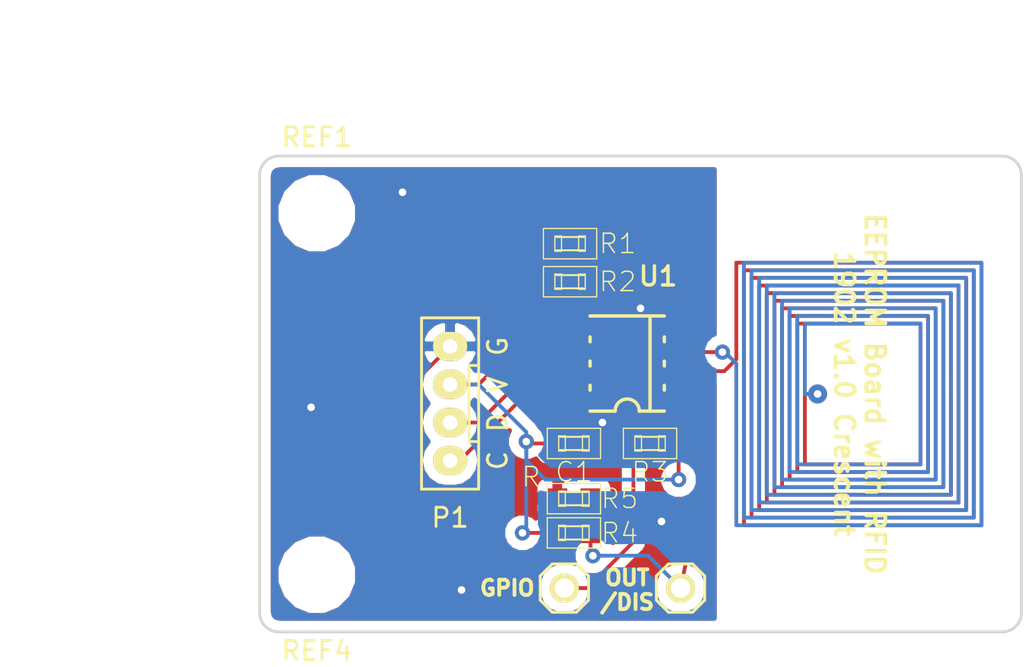
<source format=kicad_pcb>
(kicad_pcb (version 20171130) (host pcbnew "(5.0.2)-1")

  (general
    (thickness 1.6)
    (drawings 13)
    (tracks 175)
    (zones 0)
    (modules 12)
    (nets 8)
  )

  (page A4)
  (title_block
    (title "EEPROM Board with RFID")
    (date 2019-02-10)
    (rev v1.0)
    (company Crescent)
  )

  (layers
    (0 F.Cu signal)
    (31 B.Cu signal)
    (32 B.Adhes user)
    (33 F.Adhes user)
    (34 B.Paste user)
    (35 F.Paste user)
    (36 B.SilkS user)
    (37 F.SilkS user)
    (38 B.Mask user)
    (39 F.Mask user)
    (40 Dwgs.User user)
    (41 Cmts.User user)
    (42 Eco1.User user)
    (43 Eco2.User user)
    (44 Edge.Cuts user)
    (45 Margin user)
    (46 B.CrtYd user)
    (47 F.CrtYd user)
    (48 B.Fab user)
    (49 F.Fab user)
  )

  (setup
    (last_trace_width 0.2)
    (trace_clearance 0.2)
    (zone_clearance 0.508)
    (zone_45_only no)
    (trace_min 0.2)
    (segment_width 0.2)
    (edge_width 0.15)
    (via_size 0.8)
    (via_drill 0.4)
    (via_min_size 0.4)
    (via_min_drill 0.3)
    (uvia_size 0.3)
    (uvia_drill 0.1)
    (uvias_allowed no)
    (uvia_min_size 0.2)
    (uvia_min_drill 0.1)
    (pcb_text_width 0.3)
    (pcb_text_size 1.5 1.5)
    (mod_edge_width 0.15)
    (mod_text_size 1 1)
    (mod_text_width 0.15)
    (pad_size 1.524 1.524)
    (pad_drill 1.016)
    (pad_to_mask_clearance 0.2)
    (solder_mask_min_width 0.25)
    (aux_axis_origin 0 0)
    (visible_elements 7FFFFF7F)
    (pcbplotparams
      (layerselection 0x010fc_ffffffff)
      (usegerberextensions true)
      (usegerberattributes false)
      (usegerberadvancedattributes false)
      (creategerberjobfile false)
      (excludeedgelayer true)
      (linewidth 0.050000)
      (plotframeref false)
      (viasonmask false)
      (mode 1)
      (useauxorigin false)
      (hpglpennumber 1)
      (hpglpenspeed 20)
      (hpglpendiameter 15.000000)
      (psnegative false)
      (psa4output false)
      (plotreference true)
      (plotvalue true)
      (plotinvisibletext false)
      (padsonsilk false)
      (subtractmaskfromsilk false)
      (outputformat 1)
      (mirror false)
      (drillshape 0)
      (scaleselection 1)
      (outputdirectory "GERBER/"))
  )

  (net 0 "")
  (net 1 /GND)
  (net 2 /VDD)
  (net 3 /SCL)
  (net 4 /SDA)
  (net 5 /RFIO)
  (net 6 /VOUT)
  (net 7 /ANT)

  (net_class Default "これは標準のネット クラスです。"
    (clearance 0.2)
    (trace_width 0.2)
    (via_dia 0.8)
    (via_drill 0.4)
    (uvia_dia 0.3)
    (uvia_drill 0.1)
    (add_net /ANT)
    (add_net /GND)
    (add_net /RFIO)
    (add_net /SCL)
    (add_net /SDA)
    (add_net /VDD)
    (add_net /VOUT)
  )

  (module Mounting_Holes:MountingHole_3mm (layer F.Cu) (tedit 5C5F73D0) (tstamp 5ADBB0D6)
    (at 182 122)
    (descr "Mounting hole, Befestigungsbohrung, 3mm, No Annular, Kein Restring,")
    (tags "Mounting hole, Befestigungsbohrung, 3mm, No Annular, Kein Restring,")
    (fp_text reference REF4 (at 0 4) (layer F.SilkS)
      (effects (font (size 1 1) (thickness 0.15)))
    )
    (fp_text value MountingHole_3mm (at 1.00076 5.00126) (layer F.Fab) hide
      (effects (font (size 1 1) (thickness 0.15)))
    )
    (fp_circle (center 0 0) (end 3 0) (layer Cmts.User) (width 0.381))
    (pad "" np_thru_hole circle (at 0 0) (size 3 3) (drill 3) (layers *.Cu *.Mask))
  )

  (module smt-soic:8 (layer F.Cu) (tedit 5AD52155) (tstamp 5AD52044)
    (at 198.3 110.9 90)
    (descr "SOIC - 8 Pins (JEDEC MS-012AA)")
    (tags SOIC)
    (path /5C5F6E7F)
    (attr smd)
    (fp_text reference U1 (at 4 0.5 -180) (layer F.SilkS)
      (effects (font (size 1 1) (thickness 0.18)) (justify left bottom))
    )
    (fp_text value EEPROMRFID (at 3.937 0 -180) (layer F.SilkS) hide
      (effects (font (size 1 1) (thickness 0.18)))
    )
    (fp_line (start 2.5 3) (end 2.5 -3) (layer Dwgs.User) (width 0.05))
    (fp_line (start -2.5 -3) (end -2.5 3) (layer Dwgs.User) (width 0.05))
    (fp_line (start -2.5 3) (end 2.5 3) (layer Dwgs.User) (width 0.05))
    (fp_line (start -3 -4.318) (end 3 -4.318) (layer F.CrtYd) (width 0.05))
    (fp_line (start 3 -4.318) (end 3 4.318) (layer F.CrtYd) (width 0.05))
    (fp_line (start 3 4.318) (end -3 4.318) (layer F.CrtYd) (width 0.05))
    (fp_line (start -3 4.318) (end -3 -4.318) (layer F.CrtYd) (width 0.05))
    (fp_line (start 2.5 -1.95) (end 2.5 1.95) (layer F.SilkS) (width 0.18))
    (fp_line (start -2.5 1.95) (end -2.5 0.635) (layer F.SilkS) (width 0.18))
    (fp_line (start -2.5 -0.635) (end -2.5 -1.95) (layer F.SilkS) (width 0.18))
    (fp_line (start 2.5 1.2) (end -2.5 1.2) (layer F.SilkS) (width 0.18))
    (fp_line (start -1.397 -1.95) (end -1.143 -1.95) (layer F.SilkS) (width 0.18))
    (fp_line (start -0.127 -1.95) (end 0.127 -1.95) (layer F.SilkS) (width 0.18))
    (fp_line (start 1.143 -1.95) (end 1.397 -1.95) (layer F.SilkS) (width 0.18))
    (fp_line (start -1.397 1.95) (end -1.143 1.95) (layer F.SilkS) (width 0.18))
    (fp_line (start -0.127 1.95) (end 0.127 1.95) (layer F.SilkS) (width 0.18))
    (fp_line (start 1.143 1.95) (end 1.397 1.95) (layer F.SilkS) (width 0.18))
    (fp_arc (start -2.5 0) (end -2.5 -0.635) (angle 180) (layer F.SilkS) (width 0.18))
    (fp_line (start -2.5 -3) (end 2.5 -3) (layer Dwgs.User) (width 0.05))
    (pad 2 smd rect (at -0.635 2.7 90) (size 0.6 2.2) (layers F.Cu F.Paste F.Mask)
      (net 7 /ANT))
    (pad 7 smd rect (at -0.635 -2.7 90) (size 0.6 2.2) (layers F.Cu F.Paste F.Mask)
      (net 5 /RFIO))
    (pad 1 smd rect (at -1.905 2.7 90) (size 0.6 2.2) (layers F.Cu F.Paste F.Mask)
      (net 6 /VOUT))
    (pad 3 smd rect (at 0.635 2.7 90) (size 0.6 2.2) (layers F.Cu F.Paste F.Mask)
      (net 7 /ANT))
    (pad 4 smd rect (at 1.905 2.7 90) (size 0.6 2.2) (layers F.Cu F.Paste F.Mask)
      (net 1 /GND))
    (pad 8 smd rect (at -1.905 -2.7 90) (size 0.6 2.2) (layers F.Cu F.Paste F.Mask)
      (net 2 /VDD))
    (pad 6 smd rect (at 0.635 -2.7 90) (size 0.6 2.2) (layers F.Cu F.Paste F.Mask)
      (net 3 /SCL))
    (pad 5 smd rect (at 1.905 -2.7 90) (size 0.6 2.2) (layers F.Cu F.Paste F.Mask)
      (net 4 /SDA))
    (model smt-soic.pretty/8.wrl
      (at (xyz 0 0 0))
      (scale (xyz 1 1 1))
      (rotate (xyz 0 0 -90))
    )
  )

  (module Mounting_Holes:MountingHole_3mm locked (layer F.Cu) (tedit 5C5F73C9) (tstamp 5AD52246)
    (at 182 103)
    (descr "Mounting hole, Befestigungsbohrung, 3mm, No Annular, Kein Restring,")
    (tags "Mounting hole, Befestigungsbohrung, 3mm, No Annular, Kein Restring,")
    (fp_text reference REF1 (at 0 -4.0005) (layer F.SilkS)
      (effects (font (size 1 1) (thickness 0.15)))
    )
    (fp_text value MountingHole_3mm (at 1.00076 5.00126) (layer F.Fab) hide
      (effects (font (size 1 1) (thickness 0.15)))
    )
    (fp_circle (center 0 0) (end 3 0) (layer Cmts.User) (width 0.381))
    (pad "" np_thru_hole circle (at 0 0) (size 3 3) (drill 3) (layers *.Cu *.Mask))
  )

  (module generic:generic-SMD1608 (layer F.Cu) (tedit 5C5F6FEE) (tstamp 5C621F47)
    (at 195.5 115.1)
    (descr "1608M 0603")
    (tags "1608M 0603")
    (path /5C5F6F41)
    (attr smd)
    (fp_text reference C1 (at 0 1.5) (layer F.SilkS)
      (effects (font (size 1.016 1.016) (thickness 0.0762)))
    )
    (fp_text value C (at 2.2479 1.14046) (layer F.SilkS) hide
      (effects (font (size 1.016 1.016) (thickness 0.0762)))
    )
    (fp_line (start 0.7239 0.34798) (end -0.7239 0.34798) (layer F.SilkS) (width 0.1016))
    (fp_line (start -0.7239 -0.34798) (end 0.7239 -0.34798) (layer F.SilkS) (width 0.1016))
    (fp_line (start -1.39954 0.79756) (end -1.39954 -0.79756) (layer F.SilkS) (width 0.06604))
    (fp_line (start -1.39954 -0.79756) (end 1.39954 -0.79756) (layer F.SilkS) (width 0.06604))
    (fp_line (start 1.39954 0.79756) (end 1.39954 -0.79756) (layer F.SilkS) (width 0.06604))
    (fp_line (start -1.39954 0.79756) (end 1.39954 0.79756) (layer F.SilkS) (width 0.06604))
    (fp_line (start 0.44958 0.39878) (end 0.44958 -0.39878) (layer F.SilkS) (width 0.06604))
    (fp_line (start 0.44958 -0.39878) (end 0.79756 -0.39878) (layer F.SilkS) (width 0.06604))
    (fp_line (start 0.79756 0.39878) (end 0.79756 -0.39878) (layer F.SilkS) (width 0.06604))
    (fp_line (start 0.44958 0.39878) (end 0.79756 0.39878) (layer F.SilkS) (width 0.06604))
    (fp_line (start -0.79756 0.39878) (end -0.79756 -0.39878) (layer F.SilkS) (width 0.06604))
    (fp_line (start -0.79756 -0.39878) (end -0.44958 -0.39878) (layer F.SilkS) (width 0.06604))
    (fp_line (start -0.44958 0.39878) (end -0.44958 -0.39878) (layer F.SilkS) (width 0.06604))
    (fp_line (start -0.79756 0.39878) (end -0.44958 0.39878) (layer F.SilkS) (width 0.06604))
    (pad 2 smd rect (at 0.87376 0) (size 1.04902 1.0795) (layers F.Cu F.Paste F.Mask)
      (net 1 /GND))
    (pad 1 smd rect (at -0.87376 0) (size 1.04902 1.0795) (layers F.Cu F.Paste F.Mask)
      (net 2 /VDD))
  )

  (module GroveCon:GROVE (layer F.Cu) (tedit 5C5F7632) (tstamp 5C621F6D)
    (at 189 116 90)
    (path /5C5F6D7C)
    (fp_text reference P1 (at -3 0 180) (layer F.SilkS)
      (effects (font (size 1 1) (thickness 0.15)))
    )
    (fp_text value CONN_01X04 (at 0.5 -3 90) (layer F.Fab) hide
      (effects (font (size 1 1) (thickness 0.15)))
    )
    (fp_text user C (at 0 2.5 90) (layer F.SilkS)
      (effects (font (size 1 1) (thickness 0.15)))
    )
    (fp_text user D (at 2 2.5 90) (layer F.SilkS)
      (effects (font (size 1 1) (thickness 0.15)))
    )
    (fp_text user V (at 4 2.5 90) (layer F.SilkS)
      (effects (font (size 1 1) (thickness 0.15)))
    )
    (fp_text user G (at 6 2.5 90) (layer F.SilkS)
      (effects (font (size 1 1) (thickness 0.15)))
    )
    (fp_line (start 5 1.5) (end 5 1) (layer F.SilkS) (width 0.15))
    (fp_line (start 5 1) (end 1 1) (layer F.SilkS) (width 0.15))
    (fp_line (start 1 1) (end 1 1.5) (layer F.SilkS) (width 0.15))
    (fp_line (start 3 1.5) (end -1.5 1.5) (layer F.SilkS) (width 0.15))
    (fp_line (start -1.5 1.5) (end -1.5 -1.5) (layer F.SilkS) (width 0.15))
    (fp_line (start -1.5 -1.5) (end 7.5 -1.5) (layer F.SilkS) (width 0.15))
    (fp_line (start 7.5 -1.5) (end 7.5 1.5) (layer F.SilkS) (width 0.15))
    (fp_line (start 7.5 1.5) (end 3 1.5) (layer F.SilkS) (width 0.15))
    (pad 1 thru_hole oval (at 0 0 90) (size 1.524 1.8) (drill 0.762) (layers *.Cu *.Paste *.Mask F.SilkS)
      (net 3 /SCL))
    (pad 2 thru_hole oval (at 2 0 90) (size 1.524 1.8) (drill 0.762) (layers *.Cu *.Paste *.Mask F.SilkS)
      (net 4 /SDA))
    (pad 3 thru_hole oval (at 4 0 90) (size 1.524 1.8) (drill 0.762) (layers *.Cu *.Paste *.Mask F.SilkS)
      (net 2 /VDD))
    (pad 4 thru_hole oval (at 6 0 90) (size 1.524 1.8) (drill 0.762) (layers *.Cu *.Paste *.Mask F.SilkS)
      (net 1 /GND))
  )

  (module generic:generic-SMD1608 (layer F.Cu) (tedit 5C5F703B) (tstamp 5C621F6E)
    (at 195.3 104.6)
    (descr "1608M 0603")
    (tags "1608M 0603")
    (path /5C5F6EF1)
    (attr smd)
    (fp_text reference R1 (at 2.5 0) (layer F.SilkS)
      (effects (font (size 1.016 1.016) (thickness 0.0762)))
    )
    (fp_text value R (at 2.2479 1.14046) (layer F.SilkS) hide
      (effects (font (size 1.016 1.016) (thickness 0.0762)))
    )
    (fp_line (start -0.79756 0.39878) (end -0.44958 0.39878) (layer F.SilkS) (width 0.06604))
    (fp_line (start -0.44958 0.39878) (end -0.44958 -0.39878) (layer F.SilkS) (width 0.06604))
    (fp_line (start -0.79756 -0.39878) (end -0.44958 -0.39878) (layer F.SilkS) (width 0.06604))
    (fp_line (start -0.79756 0.39878) (end -0.79756 -0.39878) (layer F.SilkS) (width 0.06604))
    (fp_line (start 0.44958 0.39878) (end 0.79756 0.39878) (layer F.SilkS) (width 0.06604))
    (fp_line (start 0.79756 0.39878) (end 0.79756 -0.39878) (layer F.SilkS) (width 0.06604))
    (fp_line (start 0.44958 -0.39878) (end 0.79756 -0.39878) (layer F.SilkS) (width 0.06604))
    (fp_line (start 0.44958 0.39878) (end 0.44958 -0.39878) (layer F.SilkS) (width 0.06604))
    (fp_line (start -1.39954 0.79756) (end 1.39954 0.79756) (layer F.SilkS) (width 0.06604))
    (fp_line (start 1.39954 0.79756) (end 1.39954 -0.79756) (layer F.SilkS) (width 0.06604))
    (fp_line (start -1.39954 -0.79756) (end 1.39954 -0.79756) (layer F.SilkS) (width 0.06604))
    (fp_line (start -1.39954 0.79756) (end -1.39954 -0.79756) (layer F.SilkS) (width 0.06604))
    (fp_line (start -0.7239 -0.34798) (end 0.7239 -0.34798) (layer F.SilkS) (width 0.1016))
    (fp_line (start 0.7239 0.34798) (end -0.7239 0.34798) (layer F.SilkS) (width 0.1016))
    (pad 1 smd rect (at -0.87376 0) (size 1.04902 1.0795) (layers F.Cu F.Paste F.Mask)
      (net 2 /VDD))
    (pad 2 smd rect (at 0.87376 0) (size 1.04902 1.0795) (layers F.Cu F.Paste F.Mask)
      (net 3 /SCL))
  )

  (module generic:generic-SMD1608 (layer F.Cu) (tedit 5C5F702A) (tstamp 5C621F81)
    (at 195.3 106.6)
    (descr "1608M 0603")
    (tags "1608M 0603")
    (path /5C5F70C7)
    (attr smd)
    (fp_text reference R2 (at 2.5 0) (layer F.SilkS)
      (effects (font (size 1.016 1.016) (thickness 0.0762)))
    )
    (fp_text value R (at 2.2479 1.14046) (layer F.SilkS) hide
      (effects (font (size 1.016 1.016) (thickness 0.0762)))
    )
    (fp_line (start -0.79756 0.39878) (end -0.44958 0.39878) (layer F.SilkS) (width 0.06604))
    (fp_line (start -0.44958 0.39878) (end -0.44958 -0.39878) (layer F.SilkS) (width 0.06604))
    (fp_line (start -0.79756 -0.39878) (end -0.44958 -0.39878) (layer F.SilkS) (width 0.06604))
    (fp_line (start -0.79756 0.39878) (end -0.79756 -0.39878) (layer F.SilkS) (width 0.06604))
    (fp_line (start 0.44958 0.39878) (end 0.79756 0.39878) (layer F.SilkS) (width 0.06604))
    (fp_line (start 0.79756 0.39878) (end 0.79756 -0.39878) (layer F.SilkS) (width 0.06604))
    (fp_line (start 0.44958 -0.39878) (end 0.79756 -0.39878) (layer F.SilkS) (width 0.06604))
    (fp_line (start 0.44958 0.39878) (end 0.44958 -0.39878) (layer F.SilkS) (width 0.06604))
    (fp_line (start -1.39954 0.79756) (end 1.39954 0.79756) (layer F.SilkS) (width 0.06604))
    (fp_line (start 1.39954 0.79756) (end 1.39954 -0.79756) (layer F.SilkS) (width 0.06604))
    (fp_line (start -1.39954 -0.79756) (end 1.39954 -0.79756) (layer F.SilkS) (width 0.06604))
    (fp_line (start -1.39954 0.79756) (end -1.39954 -0.79756) (layer F.SilkS) (width 0.06604))
    (fp_line (start -0.7239 -0.34798) (end 0.7239 -0.34798) (layer F.SilkS) (width 0.1016))
    (fp_line (start 0.7239 0.34798) (end -0.7239 0.34798) (layer F.SilkS) (width 0.1016))
    (pad 1 smd rect (at -0.87376 0) (size 1.04902 1.0795) (layers F.Cu F.Paste F.Mask)
      (net 2 /VDD))
    (pad 2 smd rect (at 0.87376 0) (size 1.04902 1.0795) (layers F.Cu F.Paste F.Mask)
      (net 4 /SDA))
  )

  (module generic:generic-SMD1608 (layer F.Cu) (tedit 5C5F7016) (tstamp 5C621F94)
    (at 199.5 115.1 180)
    (descr "1608M 0603")
    (tags "1608M 0603")
    (path /5C5F71DD)
    (attr smd)
    (fp_text reference R3 (at 0 -1.5 180) (layer F.SilkS)
      (effects (font (size 1.016 1.016) (thickness 0.0762)))
    )
    (fp_text value R (at 2.2479 1.14046 180) (layer F.SilkS) hide
      (effects (font (size 1.016 1.016) (thickness 0.0762)))
    )
    (fp_line (start 0.7239 0.34798) (end -0.7239 0.34798) (layer F.SilkS) (width 0.1016))
    (fp_line (start -0.7239 -0.34798) (end 0.7239 -0.34798) (layer F.SilkS) (width 0.1016))
    (fp_line (start -1.39954 0.79756) (end -1.39954 -0.79756) (layer F.SilkS) (width 0.06604))
    (fp_line (start -1.39954 -0.79756) (end 1.39954 -0.79756) (layer F.SilkS) (width 0.06604))
    (fp_line (start 1.39954 0.79756) (end 1.39954 -0.79756) (layer F.SilkS) (width 0.06604))
    (fp_line (start -1.39954 0.79756) (end 1.39954 0.79756) (layer F.SilkS) (width 0.06604))
    (fp_line (start 0.44958 0.39878) (end 0.44958 -0.39878) (layer F.SilkS) (width 0.06604))
    (fp_line (start 0.44958 -0.39878) (end 0.79756 -0.39878) (layer F.SilkS) (width 0.06604))
    (fp_line (start 0.79756 0.39878) (end 0.79756 -0.39878) (layer F.SilkS) (width 0.06604))
    (fp_line (start 0.44958 0.39878) (end 0.79756 0.39878) (layer F.SilkS) (width 0.06604))
    (fp_line (start -0.79756 0.39878) (end -0.79756 -0.39878) (layer F.SilkS) (width 0.06604))
    (fp_line (start -0.79756 -0.39878) (end -0.44958 -0.39878) (layer F.SilkS) (width 0.06604))
    (fp_line (start -0.44958 0.39878) (end -0.44958 -0.39878) (layer F.SilkS) (width 0.06604))
    (fp_line (start -0.79756 0.39878) (end -0.44958 0.39878) (layer F.SilkS) (width 0.06604))
    (pad 2 smd rect (at 0.87376 0 180) (size 1.04902 1.0795) (layers F.Cu F.Paste F.Mask)
      (net 5 /RFIO))
    (pad 1 smd rect (at -0.87376 0 180) (size 1.04902 1.0795) (layers F.Cu F.Paste F.Mask)
      (net 2 /VDD))
  )

  (module pin-head:pinhead-1X01 (layer F.Cu) (tedit 5C6560B1) (tstamp 5C621FB7)
    (at 201.1 122.7)
    (descr "PIN HEADER")
    (tags "PIN HEADER")
    (path /5C5F74A3)
    (attr virtual)
    (fp_text reference TP1 (at -3 0) (layer F.SilkS) hide
      (effects (font (size 1 1) (thickness 0.2)))
    )
    (fp_text value TEST_1P (at 0 2) (layer F.SilkS) hide
      (effects (font (size 1 1) (thickness 0.2)))
    )
    (fp_line (start -0.254 0.254) (end 0.254 0.254) (layer F.SilkS) (width 0.06604))
    (fp_line (start 0.254 0.254) (end 0.254 -0.254) (layer F.SilkS) (width 0.06604))
    (fp_line (start -0.254 -0.254) (end 0.254 -0.254) (layer F.SilkS) (width 0.06604))
    (fp_line (start -0.254 0.254) (end -0.254 -0.254) (layer F.SilkS) (width 0.06604))
    (fp_line (start -0.635 -1.27) (end 0.635 -1.27) (layer F.SilkS) (width 0.1524))
    (fp_line (start 0.635 -1.27) (end 1.27 -0.635) (layer F.SilkS) (width 0.1524))
    (fp_line (start 1.27 -0.635) (end 1.27 0.635) (layer F.SilkS) (width 0.1524))
    (fp_line (start 1.27 0.635) (end 0.635 1.27) (layer F.SilkS) (width 0.1524))
    (fp_line (start -1.27 -0.635) (end -1.27 0.635) (layer F.SilkS) (width 0.1524))
    (fp_line (start -0.635 -1.27) (end -1.27 -0.635) (layer F.SilkS) (width 0.1524))
    (fp_line (start -1.27 0.635) (end -0.635 1.27) (layer F.SilkS) (width 0.1524))
    (fp_line (start 0.635 1.27) (end -0.635 1.27) (layer F.SilkS) (width 0.1524))
    (pad 1 thru_hole circle (at 0 0) (size 1.524 1.524) (drill 1.016) (layers *.Cu *.Paste *.Mask F.SilkS)
      (net 6 /VOUT))
  )

  (module pin-head:pinhead-1X01 (layer F.Cu) (tedit 5C6560BC) (tstamp 5C621FC8)
    (at 195 122.7)
    (descr "PIN HEADER")
    (tags "PIN HEADER")
    (path /5C5F7525)
    (attr virtual)
    (fp_text reference TP2 (at -3 0) (layer F.SilkS) hide
      (effects (font (size 1 1) (thickness 0.2)))
    )
    (fp_text value TEST_1P (at 0 2) (layer F.SilkS) hide
      (effects (font (size 1 1) (thickness 0.2)))
    )
    (fp_line (start 0.635 1.27) (end -0.635 1.27) (layer F.SilkS) (width 0.1524))
    (fp_line (start -1.27 0.635) (end -0.635 1.27) (layer F.SilkS) (width 0.1524))
    (fp_line (start -0.635 -1.27) (end -1.27 -0.635) (layer F.SilkS) (width 0.1524))
    (fp_line (start -1.27 -0.635) (end -1.27 0.635) (layer F.SilkS) (width 0.1524))
    (fp_line (start 1.27 0.635) (end 0.635 1.27) (layer F.SilkS) (width 0.1524))
    (fp_line (start 1.27 -0.635) (end 1.27 0.635) (layer F.SilkS) (width 0.1524))
    (fp_line (start 0.635 -1.27) (end 1.27 -0.635) (layer F.SilkS) (width 0.1524))
    (fp_line (start -0.635 -1.27) (end 0.635 -1.27) (layer F.SilkS) (width 0.1524))
    (fp_line (start -0.254 0.254) (end -0.254 -0.254) (layer F.SilkS) (width 0.06604))
    (fp_line (start -0.254 -0.254) (end 0.254 -0.254) (layer F.SilkS) (width 0.06604))
    (fp_line (start 0.254 0.254) (end 0.254 -0.254) (layer F.SilkS) (width 0.06604))
    (fp_line (start -0.254 0.254) (end 0.254 0.254) (layer F.SilkS) (width 0.06604))
    (pad 1 thru_hole circle (at 0 0) (size 1.524 1.524) (drill 1.016) (layers *.Cu *.Paste *.Mask F.SilkS)
      (net 5 /RFIO))
  )

  (module generic:generic-SMD1608 (layer F.Cu) (tedit 5C65601B) (tstamp 5C655F95)
    (at 195.5 119.8)
    (descr "1608M 0603")
    (tags "1608M 0603")
    (path /5C655F72)
    (attr smd)
    (fp_text reference R4 (at 2.4 0) (layer F.SilkS)
      (effects (font (size 1.016 1.016) (thickness 0.0762)))
    )
    (fp_text value R (at 2.2479 1.14046) (layer F.SilkS) hide
      (effects (font (size 1.016 1.016) (thickness 0.0762)))
    )
    (fp_line (start -0.79756 0.39878) (end -0.44958 0.39878) (layer F.SilkS) (width 0.06604))
    (fp_line (start -0.44958 0.39878) (end -0.44958 -0.39878) (layer F.SilkS) (width 0.06604))
    (fp_line (start -0.79756 -0.39878) (end -0.44958 -0.39878) (layer F.SilkS) (width 0.06604))
    (fp_line (start -0.79756 0.39878) (end -0.79756 -0.39878) (layer F.SilkS) (width 0.06604))
    (fp_line (start 0.44958 0.39878) (end 0.79756 0.39878) (layer F.SilkS) (width 0.06604))
    (fp_line (start 0.79756 0.39878) (end 0.79756 -0.39878) (layer F.SilkS) (width 0.06604))
    (fp_line (start 0.44958 -0.39878) (end 0.79756 -0.39878) (layer F.SilkS) (width 0.06604))
    (fp_line (start 0.44958 0.39878) (end 0.44958 -0.39878) (layer F.SilkS) (width 0.06604))
    (fp_line (start -1.39954 0.79756) (end 1.39954 0.79756) (layer F.SilkS) (width 0.06604))
    (fp_line (start 1.39954 0.79756) (end 1.39954 -0.79756) (layer F.SilkS) (width 0.06604))
    (fp_line (start -1.39954 -0.79756) (end 1.39954 -0.79756) (layer F.SilkS) (width 0.06604))
    (fp_line (start -1.39954 0.79756) (end -1.39954 -0.79756) (layer F.SilkS) (width 0.06604))
    (fp_line (start -0.7239 -0.34798) (end 0.7239 -0.34798) (layer F.SilkS) (width 0.1016))
    (fp_line (start 0.7239 0.34798) (end -0.7239 0.34798) (layer F.SilkS) (width 0.1016))
    (pad 1 smd rect (at -0.87376 0) (size 1.04902 1.0795) (layers F.Cu F.Paste F.Mask)
      (net 2 /VDD))
    (pad 2 smd rect (at 0.87376 0) (size 1.04902 1.0795) (layers F.Cu F.Paste F.Mask)
      (net 6 /VOUT))
  )

  (module generic:generic-SMD1608 (layer F.Cu) (tedit 5C656021) (tstamp 5C655FA9)
    (at 195.5 118 180)
    (descr "1608M 0603")
    (tags "1608M 0603")
    (path /5C655FB1)
    (attr smd)
    (fp_text reference R5 (at -2.4 0 180) (layer F.SilkS)
      (effects (font (size 1.016 1.016) (thickness 0.0762)))
    )
    (fp_text value R (at 2.2479 1.14046 180) (layer F.SilkS)
      (effects (font (size 1.016 1.016) (thickness 0.0762)))
    )
    (fp_line (start 0.7239 0.34798) (end -0.7239 0.34798) (layer F.SilkS) (width 0.1016))
    (fp_line (start -0.7239 -0.34798) (end 0.7239 -0.34798) (layer F.SilkS) (width 0.1016))
    (fp_line (start -1.39954 0.79756) (end -1.39954 -0.79756) (layer F.SilkS) (width 0.06604))
    (fp_line (start -1.39954 -0.79756) (end 1.39954 -0.79756) (layer F.SilkS) (width 0.06604))
    (fp_line (start 1.39954 0.79756) (end 1.39954 -0.79756) (layer F.SilkS) (width 0.06604))
    (fp_line (start -1.39954 0.79756) (end 1.39954 0.79756) (layer F.SilkS) (width 0.06604))
    (fp_line (start 0.44958 0.39878) (end 0.44958 -0.39878) (layer F.SilkS) (width 0.06604))
    (fp_line (start 0.44958 -0.39878) (end 0.79756 -0.39878) (layer F.SilkS) (width 0.06604))
    (fp_line (start 0.79756 0.39878) (end 0.79756 -0.39878) (layer F.SilkS) (width 0.06604))
    (fp_line (start 0.44958 0.39878) (end 0.79756 0.39878) (layer F.SilkS) (width 0.06604))
    (fp_line (start -0.79756 0.39878) (end -0.79756 -0.39878) (layer F.SilkS) (width 0.06604))
    (fp_line (start -0.79756 -0.39878) (end -0.44958 -0.39878) (layer F.SilkS) (width 0.06604))
    (fp_line (start -0.44958 0.39878) (end -0.44958 -0.39878) (layer F.SilkS) (width 0.06604))
    (fp_line (start -0.79756 0.39878) (end -0.44958 0.39878) (layer F.SilkS) (width 0.06604))
    (pad 2 smd rect (at 0.87376 0 180) (size 1.04902 1.0795) (layers F.Cu F.Paste F.Mask)
      (net 1 /GND))
    (pad 1 smd rect (at -0.87376 0 180) (size 1.04902 1.0795) (layers F.Cu F.Paste F.Mask)
      (net 6 /VOUT))
  )

  (gr_text "OUT\n/DIS" (at 198.3 122.8) (layer F.SilkS) (tstamp 5C657B6A)
    (effects (font (size 0.8 0.8) (thickness 0.2)))
  )
  (gr_text GPIO (at 192 122.7) (layer F.SilkS)
    (effects (font (size 0.8 0.8) (thickness 0.2)))
  )
  (dimension 25 (width 0.3) (layer Eco2.User)
    (gr_text "25.000 mm" (at 170.9 112.5 270) (layer Eco2.User)
      (effects (font (size 1.5 1.5) (thickness 0.3)))
    )
    (feature1 (pts (xy 179 125) (xy 172.413579 125)))
    (feature2 (pts (xy 179 100) (xy 172.413579 100)))
    (crossbar (pts (xy 173 100) (xy 173 125)))
    (arrow1a (pts (xy 173 125) (xy 172.413579 123.873496)))
    (arrow1b (pts (xy 173 125) (xy 173.586421 123.873496)))
    (arrow2a (pts (xy 173 100) (xy 172.413579 101.126504)))
    (arrow2b (pts (xy 173 100) (xy 173.586421 101.126504)))
  )
  (dimension 40 (width 0.3) (layer Eco2.User)
    (gr_text "40.000 mm" (at 199 93.65) (layer Eco2.User)
      (effects (font (size 1.5 1.5) (thickness 0.3)))
    )
    (feature1 (pts (xy 219 105) (xy 219 92.3)))
    (feature2 (pts (xy 179 105) (xy 179 92.3)))
    (crossbar (pts (xy 179 95) (xy 219 95)))
    (arrow1a (pts (xy 219 95) (xy 217.873496 95.586421)))
    (arrow1b (pts (xy 219 95) (xy 217.873496 94.413579)))
    (arrow2a (pts (xy 179 95) (xy 180.126504 95.586421)))
    (arrow2b (pts (xy 179 95) (xy 180.126504 94.413579)))
  )
  (gr_text "EEPROM Board with RFID\n1902 v1.0 Crescent" (at 210.5 112.5 270) (layer F.SilkS)
    (effects (font (size 1 1) (thickness 0.2)))
  )
  (gr_line (start 218 125) (end 180 125) (angle 90) (layer Edge.Cuts) (width 0.15))
  (gr_arc (start 180 124) (end 180 125) (angle 90) (layer Edge.Cuts) (width 0.15))
  (gr_line (start 179 101) (end 179 124) (angle 90) (layer Edge.Cuts) (width 0.15))
  (gr_arc (start 218 124) (end 219 124) (angle 90) (layer Edge.Cuts) (width 0.15))
  (gr_line (start 219 101) (end 219 124) (angle 90) (layer Edge.Cuts) (width 0.15))
  (gr_arc (start 180 101) (end 179 101) (angle 90) (layer Edge.Cuts) (width 0.15))
  (gr_arc (start 218 101) (end 218 100) (angle 90) (layer Edge.Cuts) (width 0.15))
  (gr_line (start 180 100) (end 218 100) (angle 90) (layer Edge.Cuts) (width 0.15))

  (segment (start 196.37376 115.1) (end 196.37376 115.62624) (width 0.2) (layer F.Cu) (net 1) (status C00000))
  (segment (start 186.5 112.5) (end 189 110) (width 0.2) (layer F.Cu) (net 1) (tstamp 5C624161) (status 800000))
  (segment (start 186.5 117.5) (end 186.5 112.5) (width 0.2) (layer F.Cu) (net 1) (tstamp 5C62415F))
  (segment (start 186.8 117.8) (end 186.5 117.5) (width 0.2) (layer F.Cu) (net 1) (tstamp 5C62415D))
  (segment (start 194.2 117.8) (end 186.8 117.8) (width 0.2) (layer F.Cu) (net 1) (tstamp 5C62415B))
  (segment (start 196.37376 115.62624) (end 194.2 117.8) (width 0.2) (layer F.Cu) (net 1) (tstamp 5C62415A))
  (segment (start 201 108.995) (end 201 104) (width 0.2) (layer F.Cu) (net 1) (status 400000))
  (segment (start 189 105.5) (end 189 110) (width 0.2) (layer F.Cu) (net 1) (tstamp 5C624196) (status 800000))
  (segment (start 192.5 102) (end 189 105.5) (width 0.2) (layer F.Cu) (net 1) (tstamp 5C624194))
  (segment (start 199 102) (end 192.5 102) (width 0.2) (layer F.Cu) (net 1) (tstamp 5C624192))
  (segment (start 201 104) (end 199 102) (width 0.2) (layer F.Cu) (net 1) (tstamp 5C624191))
  (segment (start 201 108.995) (end 199.995 108.995) (width 0.2) (layer F.Cu) (net 1) (status C00000))
  (via (at 199 108) (size 0.8) (drill 0.4) (layers F.Cu B.Cu) (net 1))
  (segment (start 199.995 108.995) (end 199 108) (width 0.2) (layer F.Cu) (net 1) (tstamp 5C624402) (status 400000))
  (segment (start 196.37376 115.1) (end 196.37376 114.62624) (width 0.2) (layer F.Cu) (net 1) (status C00000))
  (via (at 197 114) (size 0.8) (drill 0.4) (layers F.Cu B.Cu) (net 1))
  (segment (start 196.37376 114.62624) (end 197 114) (width 0.2) (layer F.Cu) (net 1) (tstamp 5C624433) (status 400000))
  (segment (start 189 110) (end 189 104.4) (width 0.2) (layer F.Cu) (net 1) (status 400000))
  (via (at 200.1 119.2) (size 0.8) (drill 0.4) (layers F.Cu B.Cu) (net 1))
  (segment (start 200.1 121) (end 200.1 119.2) (width 0.2) (layer F.Cu) (net 1) (tstamp 5C657C89))
  (segment (start 196.9 124.2) (end 200.1 121) (width 0.2) (layer F.Cu) (net 1) (tstamp 5C657C87))
  (segment (start 192.3 124.2) (end 196.9 124.2) (width 0.2) (layer F.Cu) (net 1) (tstamp 5C657C85))
  (segment (start 190.9 122.8) (end 192.3 124.2) (width 0.2) (layer F.Cu) (net 1) (tstamp 5C657C83))
  (segment (start 189.6 122.8) (end 190.9 122.8) (width 0.2) (layer F.Cu) (net 1))
  (via (at 181.7 113.2) (size 0.8) (drill 0.4) (layers F.Cu B.Cu) (net 1))
  (segment (start 186.5 108.4) (end 181.7 113.2) (width 0.2) (layer B.Cu) (net 1) (tstamp 5C657C79))
  (segment (start 186.5 101.9) (end 186.5 108.4) (width 0.2) (layer B.Cu) (net 1))
  (segment (start 189 104.4) (end 186.5 101.9) (width 0.2) (layer F.Cu) (net 1) (tstamp 5C657C74))
  (via (at 186.5 101.9) (size 0.8) (drill 0.4) (layers F.Cu B.Cu) (net 1))
  (segment (start 181.7 113.2) (end 181.7 114.9) (width 0.2) (layer F.Cu) (net 1))
  (segment (start 181.7 114.9) (end 189.6 122.8) (width 0.2) (layer F.Cu) (net 1) (tstamp 5C657C7E))
  (via (at 189.6 122.8) (size 0.8) (drill 0.4) (layers F.Cu B.Cu) (net 1))
  (segment (start 189 112) (end 190.5 112) (width 0.2) (layer F.Cu) (net 2) (status 400000))
  (segment (start 190.5 112) (end 192 110.5) (width 0.2) (layer F.Cu) (net 2) (tstamp 5C624063))
  (segment (start 192 110.5) (end 192 109.02624) (width 0.2) (layer F.Cu) (net 2) (tstamp 5C624064))
  (segment (start 192 109.02624) (end 194.42624 106.6) (width 0.2) (layer F.Cu) (net 2) (tstamp 5C624066) (status 800000))
  (segment (start 194.42624 106.6) (end 194.42624 104.6) (width 0.2) (layer F.Cu) (net 2) (tstamp 5C624068) (status C00000))
  (segment (start 194.62624 115.1) (end 194.62624 113.77876) (width 0.2) (layer F.Cu) (net 2) (status 400000))
  (segment (start 194.62624 113.77876) (end 195.6 112.805) (width 0.2) (layer F.Cu) (net 2) (tstamp 5C624097) (status 800000))
  (segment (start 194.62624 115.1) (end 193.1 115.1) (width 0.2) (layer F.Cu) (net 2) (status 400000))
  (segment (start 190.5 112) (end 189 112) (width 0.2) (layer B.Cu) (net 2) (tstamp 5C6241F7) (status 800000))
  (segment (start 193 114.5) (end 190.5 112) (width 0.2) (layer B.Cu) (net 2) (tstamp 5C6241F6))
  (segment (start 193 115) (end 193 114.5) (width 0.2) (layer B.Cu) (net 2))
  (segment (start 193.1 115.1) (end 193 115) (width 0.2) (layer F.Cu) (net 2) (tstamp 5C6241C6))
  (via (at 193 115) (size 0.8) (drill 0.4) (layers F.Cu B.Cu) (net 2))
  (segment (start 193 115) (end 193 116) (width 0.2) (layer B.Cu) (net 2))
  (segment (start 201 115.72624) (end 200.37376 115.1) (width 0.2) (layer F.Cu) (net 2) (tstamp 5C62425A) (status 800000))
  (segment (start 201 117) (end 201 115.72624) (width 0.2) (layer F.Cu) (net 2))
  (segment (start 193 116) (end 194 117) (width 0.2) (layer B.Cu) (net 2) (tstamp 5C624227))
  (segment (start 194 117) (end 201 117) (width 0.2) (layer B.Cu) (net 2) (tstamp 5C624229))
  (via (at 201 117) (size 0.8) (drill 0.4) (layers F.Cu B.Cu) (net 2))
  (segment (start 193 115) (end 193 119.6) (width 0.2) (layer B.Cu) (net 2))
  (segment (start 192.8 119.8) (end 194.62624 119.8) (width 0.2) (layer F.Cu) (net 2) (status 800000))
  (segment (start 193 119.6) (end 192.8 119.8) (width 0.2) (layer B.Cu) (net 2) (tstamp 5C657B54))
  (via (at 192.8 119.8) (size 0.8) (drill 0.4) (layers F.Cu B.Cu) (net 2))
  (segment (start 195.6 110.265) (end 197.235 110.265) (width 0.2) (layer F.Cu) (net 3) (status 400000))
  (segment (start 197.5 105.92624) (end 196.17376 104.6) (width 0.2) (layer F.Cu) (net 3) (tstamp 5C623FCA) (status 800000))
  (segment (start 197.5 110) (end 197.5 105.92624) (width 0.2) (layer F.Cu) (net 3) (tstamp 5C623FC9))
  (segment (start 197.235 110.265) (end 197.5 110) (width 0.2) (layer F.Cu) (net 3) (tstamp 5C623FC8))
  (segment (start 189 116) (end 189.5 116) (width 0.2) (layer F.Cu) (net 3) (status C00000))
  (segment (start 193.735 110.265) (end 195.6 110.265) (width 0.2) (layer F.Cu) (net 3) (tstamp 5C624034) (status 800000))
  (segment (start 193.5 110.5) (end 193.735 110.265) (width 0.2) (layer F.Cu) (net 3) (tstamp 5C624033))
  (segment (start 193.5 112) (end 193.5 110.5) (width 0.2) (layer F.Cu) (net 3) (tstamp 5C624031))
  (segment (start 189.5 116) (end 193.5 112) (width 0.2) (layer F.Cu) (net 3) (tstamp 5C624030) (status 400000))
  (segment (start 195.6 108.995) (end 195.6 107.17376) (width 0.2) (layer F.Cu) (net 4) (status 400000))
  (segment (start 195.6 107.17376) (end 196.17376 106.6) (width 0.2) (layer F.Cu) (net 4) (tstamp 5C623F99) (status 800000))
  (segment (start 189 114) (end 190.5 114) (width 0.2) (layer F.Cu) (net 4) (status 400000))
  (segment (start 193.505 108.995) (end 195.6 108.995) (width 0.2) (layer F.Cu) (net 4) (tstamp 5C624000) (status 800000))
  (segment (start 192.5 110) (end 193.505 108.995) (width 0.2) (layer F.Cu) (net 4) (tstamp 5C623FFE))
  (segment (start 192.5 112) (end 192.5 110) (width 0.2) (layer F.Cu) (net 4) (tstamp 5C623FFC))
  (segment (start 190.5 114) (end 192.5 112) (width 0.2) (layer F.Cu) (net 4) (tstamp 5C623FFA))
  (segment (start 195.6 111.535) (end 197.035 111.535) (width 0.2) (layer F.Cu) (net 5) (status 400000))
  (segment (start 198.62624 113.12624) (end 198.62624 115.1) (width 0.2) (layer F.Cu) (net 5) (tstamp 5C6240C8) (status 800000))
  (segment (start 197.035 111.535) (end 198.62624 113.12624) (width 0.2) (layer F.Cu) (net 5) (tstamp 5C6240C7))
  (segment (start 198.62624 115.1) (end 198.62624 115.87376) (width 0.2) (layer F.Cu) (net 5) (status 400000))
  (segment (start 198.62624 115.1) (end 198.62624 120.27376) (width 0.2) (layer F.Cu) (net 5) (status 400000))
  (segment (start 196.2 122.7) (end 195 122.7) (width 0.2) (layer F.Cu) (net 5) (tstamp 5C657B50) (status 800000))
  (segment (start 198.62624 120.27376) (end 196.2 122.7) (width 0.2) (layer F.Cu) (net 5) (tstamp 5C657B4E))
  (segment (start 201 112.805) (end 201 113.5) (width 0.2) (layer F.Cu) (net 6) (status 400000))
  (segment (start 201 113.5) (end 202 114.5) (width 0.2) (layer F.Cu) (net 6) (tstamp 5C624128))
  (segment (start 202 114.5) (end 202 118.5) (width 0.2) (layer F.Cu) (net 6) (tstamp 5C624129))
  (segment (start 202 118.5) (end 201.1 122.7) (width 0.2) (layer F.Cu) (net 6) (tstamp 5C62412A) (status 800020))
  (segment (start 196.37376 118) (end 196.37376 119.8) (width 0.2) (layer F.Cu) (net 6) (status C00000))
  (segment (start 196.37376 119.8) (end 196.37376 120.87376) (width 0.2) (layer F.Cu) (net 6) (status 400000))
  (segment (start 199.4 121) (end 201.1 122.7) (width 0.2) (layer B.Cu) (net 6) (tstamp 5C657B60) (status 800000))
  (segment (start 196.5 121) (end 199.4 121) (width 0.2) (layer B.Cu) (net 6))
  (segment (start 196.37376 120.87376) (end 196.5 121) (width 0.2) (layer F.Cu) (net 6) (tstamp 5C657B5C))
  (via (at 196.5 121) (size 0.8) (drill 0.4) (layers F.Cu B.Cu) (net 6))
  (segment (start 207.631 112.498) (end 208.298 112.498) (width 0.2) (layer F.Cu) (net 7) (status 40000))
  (segment (start 216.901 105.6) (end 216.901 119.4) (width 0.2) (layer F.Cu) (net 7) (status 40000))
  (segment (start 204.431 119.4) (end 216.901 119.4) (width 0.2) (layer F.Cu) (net 7) (status 40000))
  (segment (start 204.429 105.9999) (end 204.431 119.4) (width 0.2) (layer F.Cu) (net 7) (status 40000))
  (segment (start 204.831 118.9999) (end 216.501 118.9999) (width 0.2) (layer F.Cu) (net 7) (status 40000))
  (segment (start 204.829 106.4) (end 204.831 118.9999) (width 0.2) (layer F.Cu) (net 7) (status 40000))
  (segment (start 205.231 118.6) (end 216.101 118.6) (width 0.2) (layer F.Cu) (net 7) (status 40000))
  (segment (start 205.229 106.8) (end 205.231 118.6) (width 0.2) (layer F.Cu) (net 7) (status 40000))
  (segment (start 205.631 118.2) (end 215.701 118.2) (width 0.2) (layer F.Cu) (net 7) (status 40000))
  (segment (start 205.629 107.2) (end 205.631 118.2) (width 0.2) (layer F.Cu) (net 7) (status 40000))
  (segment (start 206.031 117.8) (end 215.301 117.8) (width 0.2) (layer F.Cu) (net 7) (status 40000))
  (segment (start 206.029 107.6) (end 206.031 117.8) (width 0.2) (layer F.Cu) (net 7) (status 40000))
  (segment (start 206.431 117.4) (end 214.901 117.4) (width 0.2) (layer F.Cu) (net 7) (status 40000))
  (segment (start 206.429 107.9999) (end 206.431 117.4) (width 0.2) (layer F.Cu) (net 7) (status 40000))
  (segment (start 206.831 116.9999) (end 214.501 116.9999) (width 0.2) (layer F.Cu) (net 7) (status 40000))
  (segment (start 206.829 108.4) (end 206.831 116.9999) (width 0.2) (layer F.Cu) (net 7) (status 40000))
  (segment (start 207.231 116.6) (end 214.101 116.6) (width 0.2) (layer F.Cu) (net 7) (status 40000))
  (segment (start 207.229 108.8) (end 207.231 116.6) (width 0.2) (layer F.Cu) (net 7) (status 40000))
  (segment (start 207.631 116.2) (end 213.701 116.2) (width 0.2) (layer F.Cu) (net 7) (status 40000))
  (segment (start 207.631 116.2) (end 207.629 112.4999) (width 0.2) (layer F.Cu) (net 7) (status 40000))
  (segment (start 204.029 105.6) (end 216.901 105.6) (width 0.2) (layer F.Cu) (net 7) (status 40000))
  (segment (start 204.429 105.9999) (end 216.501 105.9999) (width 0.2) (layer F.Cu) (net 7) (status 40000))
  (segment (start 216.501 105.9999) (end 216.501 118.9999) (width 0.2) (layer F.Cu) (net 7) (status 40000))
  (segment (start 204.829 106.4) (end 216.101 106.4) (width 0.2) (layer F.Cu) (net 7) (status 40000))
  (segment (start 216.101 106.4) (end 216.101 118.6) (width 0.2) (layer F.Cu) (net 7) (status 40000))
  (segment (start 205.229 106.8) (end 215.701 106.8) (width 0.2) (layer F.Cu) (net 7) (status 40000))
  (segment (start 215.701 106.8) (end 215.701 118.2) (width 0.2) (layer F.Cu) (net 7) (status 40000))
  (segment (start 205.629 107.2) (end 215.295 107.2029) (width 0.2) (layer F.Cu) (net 7) (status 40000))
  (segment (start 215.295 107.2029) (end 215.301 117.8) (width 0.2) (layer F.Cu) (net 7) (status 40000))
  (segment (start 206.029 107.6) (end 214.901 107.6) (width 0.2) (layer F.Cu) (net 7) (status 40000))
  (segment (start 214.901 107.6) (end 214.901 117.4) (width 0.2) (layer F.Cu) (net 7) (status 40000))
  (segment (start 206.429 107.9999) (end 214.501 107.9999) (width 0.2) (layer F.Cu) (net 7) (status 40000))
  (segment (start 214.501 107.9999) (end 214.501 116.9999) (width 0.2) (layer F.Cu) (net 7) (status 40000))
  (segment (start 206.829 108.4) (end 214.101 108.4) (width 0.2) (layer F.Cu) (net 7) (status 40000))
  (segment (start 214.101 108.4) (end 214.101 116.6) (width 0.2) (layer F.Cu) (net 7) (status 40000))
  (segment (start 207.229 108.8) (end 213.701 108.8) (width 0.2) (layer F.Cu) (net 7) (status 40000))
  (segment (start 213.701 108.8) (end 213.701 116.2) (width 0.2) (layer F.Cu) (net 7) (status 40000))
  (segment (start 204.029 105.6) (end 204.029 106.937) (width 0.2) (layer F.Cu) (net 7) (status 40000))
  (segment (start 204.029 106.937) (end 204.029 109.9) (width 0.2) (layer F.Cu) (net 7) (status 40000))
  (segment (start 204.029 109.9) (end 204.029 109.971) (width 0.2) (layer F.Cu) (net 7) (tstamp 5C623A0C))
  (via (at 208.298 112.5) (size 1) (layers F.Cu B.Cu) (net 7))
  (via (at 203.3 110.3) (size 0.8) (drill 0.4) (layers F.Cu B.Cu) (net 7))
  (segment (start 208.298 112.4999) (end 207.628 112.4999) (width 0.2) (layer B.Cu) (net 7))
  (segment (start 213.7 108.8) (end 213.7 116.2) (width 0.2) (layer B.Cu) (net 7))
  (segment (start 207.228 116.2) (end 213.7 116.2) (width 0.2) (layer B.Cu) (net 7))
  (segment (start 214.1 108.4) (end 214.1 116.6) (width 0.2) (layer B.Cu) (net 7))
  (segment (start 206.828 116.6) (end 214.1 116.6) (width 0.2) (layer B.Cu) (net 7))
  (segment (start 214.5 107.9999) (end 214.5 116.9999) (width 0.2) (layer B.Cu) (net 7))
  (segment (start 206.428 116.9999) (end 214.5 116.9999) (width 0.2) (layer B.Cu) (net 7))
  (segment (start 214.9 107.6) (end 214.9 117.4) (width 0.2) (layer B.Cu) (net 7))
  (segment (start 206.028 117.4) (end 214.9 117.4) (width 0.2) (layer B.Cu) (net 7))
  (segment (start 215.3 107.2) (end 215.294 117.797) (width 0.2) (layer B.Cu) (net 7))
  (segment (start 215.294 117.797) (end 205.628 117.8) (width 0.2) (layer B.Cu) (net 7))
  (segment (start 215.7 106.8) (end 215.7 118.2) (width 0.2) (layer B.Cu) (net 7))
  (segment (start 205.228 118.2) (end 215.7 118.2) (width 0.2) (layer B.Cu) (net 7))
  (segment (start 216.1 106.4) (end 216.1 118.6) (width 0.2) (layer B.Cu) (net 7))
  (segment (start 204.828 118.6) (end 216.1 118.6) (width 0.2) (layer B.Cu) (net 7))
  (segment (start 216.5 105.9999) (end 216.5 118.9999) (width 0.2) (layer B.Cu) (net 7))
  (segment (start 204.428 118.9999) (end 216.5 118.9999) (width 0.2) (layer B.Cu) (net 7))
  (segment (start 216.9 105.6) (end 216.9 119.4) (width 0.2) (layer B.Cu) (net 7))
  (segment (start 204.028 119.4) (end 216.9 119.4) (width 0.2) (layer B.Cu) (net 7))
  (segment (start 207.63 108.8) (end 207.628 112.4999) (width 0.2) (layer B.Cu) (net 7))
  (segment (start 207.63 108.8) (end 213.7 108.8) (width 0.2) (layer B.Cu) (net 7))
  (segment (start 207.23 108.4) (end 207.228 116.2) (width 0.2) (layer B.Cu) (net 7))
  (segment (start 207.23 108.4) (end 214.1 108.4) (width 0.2) (layer B.Cu) (net 7))
  (segment (start 206.83 107.9999) (end 206.828 116.6) (width 0.2) (layer B.Cu) (net 7))
  (segment (start 206.83 107.9999) (end 214.5 107.9999) (width 0.2) (layer B.Cu) (net 7))
  (segment (start 206.43 107.6) (end 206.428 116.9999) (width 0.2) (layer B.Cu) (net 7))
  (segment (start 206.43 107.6) (end 214.9 107.6) (width 0.2) (layer B.Cu) (net 7))
  (segment (start 206.03 107.2) (end 206.028 117.4) (width 0.2) (layer B.Cu) (net 7))
  (segment (start 206.03 107.2) (end 215.3 107.2) (width 0.2) (layer B.Cu) (net 7))
  (segment (start 205.63 106.8) (end 205.628 117.8) (width 0.2) (layer B.Cu) (net 7))
  (segment (start 205.63 106.8) (end 215.7 106.8) (width 0.2) (layer B.Cu) (net 7))
  (segment (start 205.23 106.4) (end 205.228 118.2) (width 0.2) (layer B.Cu) (net 7))
  (segment (start 205.23 106.4) (end 216.1 106.4) (width 0.2) (layer B.Cu) (net 7))
  (segment (start 204.83 105.9999) (end 204.828 118.6) (width 0.2) (layer B.Cu) (net 7))
  (segment (start 204.83 105.9999) (end 216.5 105.9999) (width 0.2) (layer B.Cu) (net 7))
  (segment (start 204.43 105.6) (end 204.428 118.9999) (width 0.2) (layer B.Cu) (net 7))
  (segment (start 204.43 105.6) (end 216.9 105.6) (width 0.2) (layer B.Cu) (net 7))
  (segment (start 204.028 110.9) (end 204.028 119.4) (width 0.2) (layer B.Cu) (net 7) (tstamp 5C623A12))
  (segment (start 203.428 110.3) (end 204.028 110.9) (width 0.2) (layer B.Cu) (net 7) (tstamp 5C623A1F))
  (segment (start 203.3 110.3) (end 203.428 110.3) (width 0.2) (layer B.Cu) (net 7))
  (segment (start 203.3 110.3) (end 202 110.3) (width 0.2) (layer F.Cu) (net 7))
  (segment (start 204.029 109.9) (end 204.029 110.671) (width 0.2) (layer F.Cu) (net 7))
  (segment (start 202.7 111.3) (end 202 111.3) (width 0.2) (layer F.Cu) (net 7))
  (segment (start 204.029 110.671) (end 203.4 111.3) (width 0.2) (layer F.Cu) (net 7) (tstamp 5C623A0E))
  (segment (start 203.4 111.3) (end 202.7 111.3) (width 0.2) (layer F.Cu) (net 7) (tstamp 5C623A0F))

  (zone (net 1) (net_name /GND) (layer F.Cu) (tstamp 5C6246DB) (hatch edge 0.508)
    (connect_pads (clearance 0.508))
    (min_thickness 0.254)
    (fill yes (arc_segments 16) (thermal_gap 0.508) (thermal_bridge_width 0.508))
    (polygon
      (pts
        (xy 179 100) (xy 203 100) (xy 203 125) (xy 179 125)
      )
    )
    (filled_polygon
      (pts
        (xy 202.873 109.356593) (xy 202.735 109.413755) (xy 202.735 109.28075) (xy 202.57625 109.122) (xy 201.127 109.122)
        (xy 201.127 109.142) (xy 200.873 109.142) (xy 200.873 109.122) (xy 199.42375 109.122) (xy 199.265 109.28075)
        (xy 199.265 109.421309) (xy 199.354768 109.638028) (xy 199.301843 109.717235) (xy 199.25256 109.965) (xy 199.25256 110.565)
        (xy 199.301843 110.812765) (xy 199.360132 110.9) (xy 199.301843 110.987235) (xy 199.25256 111.235) (xy 199.25256 111.835)
        (xy 199.301843 112.082765) (xy 199.360132 112.17) (xy 199.301843 112.257235) (xy 199.25256 112.505) (xy 199.25256 112.74063)
        (xy 199.156145 112.596335) (xy 199.094778 112.555331) (xy 197.605911 111.066465) (xy 197.564905 111.005095) (xy 197.499954 110.961696)
        (xy 197.521783 110.957354) (xy 197.764905 110.794905) (xy 197.805911 110.733535) (xy 197.968535 110.570911) (xy 198.029905 110.529905)
        (xy 198.192354 110.286783) (xy 198.235 110.072388) (xy 198.235 110.072387) (xy 198.249399 110) (xy 198.235 109.927612)
        (xy 198.235 108.568691) (xy 199.265 108.568691) (xy 199.265 108.70925) (xy 199.42375 108.868) (xy 200.873 108.868)
        (xy 200.873 108.21875) (xy 201.127 108.21875) (xy 201.127 108.868) (xy 202.57625 108.868) (xy 202.735 108.70925)
        (xy 202.735 108.568691) (xy 202.638327 108.335302) (xy 202.459699 108.156673) (xy 202.22631 108.06) (xy 201.28575 108.06)
        (xy 201.127 108.21875) (xy 200.873 108.21875) (xy 200.71425 108.06) (xy 199.77369 108.06) (xy 199.540301 108.156673)
        (xy 199.361673 108.335302) (xy 199.265 108.568691) (xy 198.235 108.568691) (xy 198.235 105.998628) (xy 198.249399 105.92624)
        (xy 198.192354 105.639458) (xy 198.192354 105.639457) (xy 198.029905 105.396335) (xy 197.968537 105.35533) (xy 197.34571 104.732504)
        (xy 197.34571 104.06025) (xy 197.296427 103.812485) (xy 197.156079 103.602441) (xy 196.946035 103.462093) (xy 196.69827 103.41281)
        (xy 195.64925 103.41281) (xy 195.401485 103.462093) (xy 195.3 103.529904) (xy 195.198515 103.462093) (xy 194.95075 103.41281)
        (xy 193.90173 103.41281) (xy 193.653965 103.462093) (xy 193.443921 103.602441) (xy 193.303573 103.812485) (xy 193.25429 104.06025)
        (xy 193.25429 105.13975) (xy 193.303573 105.387515) (xy 193.443921 105.597559) (xy 193.447574 105.6) (xy 193.443921 105.602441)
        (xy 193.303573 105.812485) (xy 193.25429 106.06025) (xy 193.25429 106.732503) (xy 191.531463 108.455331) (xy 191.470096 108.496335)
        (xy 191.429092 108.557702) (xy 191.429091 108.557703) (xy 191.307646 108.739458) (xy 191.250602 109.02624) (xy 191.265001 109.098629)
        (xy 191.265 110.195553) (xy 190.274377 111.186177) (xy 190.14518 110.99282) (xy 190.109646 110.969077) (xy 190.262135 110.830328)
        (xy 190.49222 110.34307) (xy 190.36972 110.127) (xy 189.127 110.127) (xy 189.127 110.147) (xy 188.873 110.147)
        (xy 188.873 110.127) (xy 187.63028 110.127) (xy 187.50778 110.34307) (xy 187.737865 110.830328) (xy 187.890354 110.969077)
        (xy 187.85482 110.99282) (xy 187.546056 111.454918) (xy 187.437632 112) (xy 187.546056 112.545082) (xy 187.850022 113)
        (xy 187.546056 113.454918) (xy 187.437632 114) (xy 187.546056 114.545082) (xy 187.850022 115) (xy 187.546056 115.454918)
        (xy 187.437632 116) (xy 187.546056 116.545082) (xy 187.85482 117.00718) (xy 188.316918 117.315944) (xy 188.724412 117.397)
        (xy 189.275588 117.397) (xy 189.59261 117.33394) (xy 193.46673 117.33394) (xy 193.46673 117.71425) (xy 193.62548 117.873)
        (xy 194.49924 117.873) (xy 194.49924 116.984) (xy 194.34049 116.82525) (xy 193.975421 116.82525) (xy 193.742032 116.921923)
        (xy 193.563403 117.100551) (xy 193.46673 117.33394) (xy 189.59261 117.33394) (xy 189.683082 117.315944) (xy 190.14518 117.00718)
        (xy 190.453944 116.545082) (xy 190.562368 116) (xy 190.558565 115.980881) (xy 192.120336 114.41911) (xy 191.965 114.794126)
        (xy 191.965 115.205874) (xy 192.122569 115.58628) (xy 192.41372 115.877431) (xy 192.794126 116.035) (xy 193.205874 116.035)
        (xy 193.516224 115.906449) (xy 193.643921 116.097559) (xy 193.853965 116.237907) (xy 194.10173 116.28719) (xy 195.15075 116.28719)
        (xy 195.398515 116.237907) (xy 195.488953 116.177478) (xy 195.489552 116.178077) (xy 195.722941 116.27475) (xy 196.08801 116.27475)
        (xy 196.24676 116.116) (xy 196.24676 115.227) (xy 196.22676 115.227) (xy 196.22676 114.973) (xy 196.24676 114.973)
        (xy 196.24676 114.084) (xy 196.08801 113.92525) (xy 195.722941 113.92525) (xy 195.489552 114.021923) (xy 195.488953 114.022522)
        (xy 195.448772 113.995674) (xy 195.692007 113.75244) (xy 196.7 113.75244) (xy 196.947765 113.703157) (xy 197.157809 113.562809)
        (xy 197.298157 113.352765) (xy 197.34744 113.105) (xy 197.34744 112.886887) (xy 197.89124 113.430687) (xy 197.89124 113.954679)
        (xy 197.853965 113.962093) (xy 197.643921 114.102441) (xy 197.503573 114.312485) (xy 197.496886 114.346102) (xy 197.436597 114.200551)
        (xy 197.257968 114.021923) (xy 197.024579 113.92525) (xy 196.65951 113.92525) (xy 196.50076 114.084) (xy 196.50076 114.973)
        (xy 196.52076 114.973) (xy 196.52076 115.227) (xy 196.50076 115.227) (xy 196.50076 116.116) (xy 196.65951 116.27475)
        (xy 197.024579 116.27475) (xy 197.257968 116.178077) (xy 197.436597 115.999449) (xy 197.496886 115.853898) (xy 197.503573 115.887515)
        (xy 197.643921 116.097559) (xy 197.853965 116.237907) (xy 197.89124 116.245321) (xy 197.891241 119.969312) (xy 197.54571 120.314843)
        (xy 197.54571 119.26025) (xy 197.496427 119.012485) (xy 197.421266 118.9) (xy 197.496427 118.787515) (xy 197.54571 118.53975)
        (xy 197.54571 117.46025) (xy 197.496427 117.212485) (xy 197.356079 117.002441) (xy 197.146035 116.862093) (xy 196.89827 116.81281)
        (xy 195.84925 116.81281) (xy 195.601485 116.862093) (xy 195.511047 116.922522) (xy 195.510448 116.921923) (xy 195.277059 116.82525)
        (xy 194.91199 116.82525) (xy 194.75324 116.984) (xy 194.75324 117.873) (xy 194.77324 117.873) (xy 194.77324 118.127)
        (xy 194.75324 118.127) (xy 194.75324 118.147) (xy 194.49924 118.147) (xy 194.49924 118.127) (xy 193.62548 118.127)
        (xy 193.46673 118.28575) (xy 193.46673 118.66606) (xy 193.563403 118.899449) (xy 193.572814 118.90886) (xy 193.503573 119.012485)
        (xy 193.499031 119.03532) (xy 193.38628 118.922569) (xy 193.005874 118.765) (xy 192.594126 118.765) (xy 192.21372 118.922569)
        (xy 191.922569 119.21372) (xy 191.765 119.594126) (xy 191.765 120.005874) (xy 191.922569 120.38628) (xy 192.21372 120.677431)
        (xy 192.594126 120.835) (xy 193.005874 120.835) (xy 193.38628 120.677431) (xy 193.499031 120.56468) (xy 193.503573 120.587515)
        (xy 193.643921 120.797559) (xy 193.853965 120.937907) (xy 194.10173 120.98719) (xy 195.15075 120.98719) (xy 195.398515 120.937907)
        (xy 195.465 120.893483) (xy 195.465 121.205874) (xy 195.552316 121.416675) (xy 195.277881 121.303) (xy 194.722119 121.303)
        (xy 194.208663 121.51568) (xy 193.81568 121.908663) (xy 193.603 122.422119) (xy 193.603 122.977881) (xy 193.81568 123.491337)
        (xy 194.208663 123.88432) (xy 194.722119 124.097) (xy 195.277881 124.097) (xy 195.791337 123.88432) (xy 196.18432 123.491337)
        (xy 196.201844 123.449031) (xy 196.272384 123.435) (xy 196.272388 123.435) (xy 196.486783 123.392354) (xy 196.729905 123.229905)
        (xy 196.770911 123.168535) (xy 199.094777 120.844669) (xy 199.156145 120.803665) (xy 199.318594 120.560543) (xy 199.36124 120.346148)
        (xy 199.375639 120.27376) (xy 199.36124 120.201372) (xy 199.36124 116.245321) (xy 199.398515 116.237907) (xy 199.5 116.170096)
        (xy 199.601485 116.237907) (xy 199.84925 116.28719) (xy 200.249099 116.28719) (xy 200.122569 116.41372) (xy 199.965 116.794126)
        (xy 199.965 117.205874) (xy 200.122569 117.58628) (xy 200.41372 117.877431) (xy 200.794126 118.035) (xy 201.205874 118.035)
        (xy 201.265001 118.010509) (xy 201.265001 118.422128) (xy 200.63068 121.382297) (xy 200.308663 121.51568) (xy 199.91568 121.908663)
        (xy 199.703 122.422119) (xy 199.703 122.977881) (xy 199.91568 123.491337) (xy 200.308663 123.88432) (xy 200.822119 124.097)
        (xy 201.377881 124.097) (xy 201.891337 123.88432) (xy 202.28432 123.491337) (xy 202.497 122.977881) (xy 202.497 122.422119)
        (xy 202.28432 121.908663) (xy 202.06768 121.692023) (xy 202.68923 118.791458) (xy 202.692354 118.786783) (xy 202.719809 118.648758)
        (xy 202.733852 118.583224) (xy 202.733933 118.577754) (xy 202.735 118.572388) (xy 202.735 118.505347) (xy 202.737074 118.364652)
        (xy 202.735 118.359428) (xy 202.735 114.572388) (xy 202.749399 114.5) (xy 202.692354 114.213218) (xy 202.692354 114.213217)
        (xy 202.529905 113.970095) (xy 202.468538 113.929091) (xy 202.260051 113.720604) (xy 202.347765 113.703157) (xy 202.557809 113.562809)
        (xy 202.698157 113.352765) (xy 202.74744 113.105) (xy 202.74744 112.505) (xy 202.698157 112.257235) (xy 202.639868 112.17)
        (xy 202.698157 112.082765) (xy 202.707658 112.035) (xy 202.873 112.035) (xy 202.873 124.29) (xy 180.06993 124.29)
        (xy 179.894345 124.255074) (xy 179.804774 124.195225) (xy 179.744926 124.105655) (xy 179.71 123.93007) (xy 179.71 121.575322)
        (xy 179.865 121.575322) (xy 179.865 122.424678) (xy 180.190034 123.20938) (xy 180.79062 123.809966) (xy 181.575322 124.135)
        (xy 182.424678 124.135) (xy 183.20938 123.809966) (xy 183.809966 123.20938) (xy 184.135 122.424678) (xy 184.135 121.575322)
        (xy 183.809966 120.79062) (xy 183.20938 120.190034) (xy 182.424678 119.865) (xy 181.575322 119.865) (xy 180.79062 120.190034)
        (xy 180.190034 120.79062) (xy 179.865 121.575322) (xy 179.71 121.575322) (xy 179.71 109.65693) (xy 187.50778 109.65693)
        (xy 187.63028 109.873) (xy 188.873 109.873) (xy 188.873 108.761251) (xy 189.127 108.761251) (xy 189.127 109.873)
        (xy 190.36972 109.873) (xy 190.49222 109.65693) (xy 190.262135 109.169672) (xy 189.858812 108.802689) (xy 189.345752 108.617986)
        (xy 189.127 108.761251) (xy 188.873 108.761251) (xy 188.654248 108.617986) (xy 188.141188 108.802689) (xy 187.737865 109.169672)
        (xy 187.50778 109.65693) (xy 179.71 109.65693) (xy 179.71 102.575322) (xy 179.865 102.575322) (xy 179.865 103.424678)
        (xy 180.190034 104.20938) (xy 180.79062 104.809966) (xy 181.575322 105.135) (xy 182.424678 105.135) (xy 183.20938 104.809966)
        (xy 183.809966 104.20938) (xy 184.135 103.424678) (xy 184.135 102.575322) (xy 183.809966 101.79062) (xy 183.20938 101.190034)
        (xy 182.424678 100.865) (xy 181.575322 100.865) (xy 180.79062 101.190034) (xy 180.190034 101.79062) (xy 179.865 102.575322)
        (xy 179.71 102.575322) (xy 179.71 101.06993) (xy 179.744926 100.894345) (xy 179.804774 100.804775) (xy 179.894345 100.744926)
        (xy 180.06993 100.71) (xy 202.873 100.71)
      )
    )
  )
  (zone (net 1) (net_name /GND) (layer B.Cu) (tstamp 5C6246D8) (hatch edge 0.508)
    (connect_pads (clearance 0.508))
    (min_thickness 0.254)
    (fill yes (arc_segments 16) (thermal_gap 0.508) (thermal_bridge_width 0.508))
    (polygon
      (pts
        (xy 179 100) (xy 203 100) (xy 203 125) (xy 179 125)
      )
    )
    (filled_polygon
      (pts
        (xy 202.873 109.356593) (xy 202.71372 109.422569) (xy 202.422569 109.71372) (xy 202.265 110.094126) (xy 202.265 110.505874)
        (xy 202.422569 110.88628) (xy 202.71372 111.177431) (xy 202.873 111.243407) (xy 202.873 124.29) (xy 180.06993 124.29)
        (xy 179.894345 124.255074) (xy 179.804774 124.195225) (xy 179.744926 124.105655) (xy 179.71 123.93007) (xy 179.71 121.575322)
        (xy 179.865 121.575322) (xy 179.865 122.424678) (xy 180.190034 123.20938) (xy 180.79062 123.809966) (xy 181.575322 124.135)
        (xy 182.424678 124.135) (xy 183.20938 123.809966) (xy 183.809966 123.20938) (xy 184.135 122.424678) (xy 184.135 122.422119)
        (xy 193.603 122.422119) (xy 193.603 122.977881) (xy 193.81568 123.491337) (xy 194.208663 123.88432) (xy 194.722119 124.097)
        (xy 195.277881 124.097) (xy 195.791337 123.88432) (xy 196.18432 123.491337) (xy 196.397 122.977881) (xy 196.397 122.422119)
        (xy 196.224747 122.006262) (xy 196.294126 122.035) (xy 196.705874 122.035) (xy 197.08628 121.877431) (xy 197.228711 121.735)
        (xy 199.095554 121.735) (xy 199.726336 122.365782) (xy 199.703 122.422119) (xy 199.703 122.977881) (xy 199.91568 123.491337)
        (xy 200.308663 123.88432) (xy 200.822119 124.097) (xy 201.377881 124.097) (xy 201.891337 123.88432) (xy 202.28432 123.491337)
        (xy 202.497 122.977881) (xy 202.497 122.422119) (xy 202.28432 121.908663) (xy 201.891337 121.51568) (xy 201.377881 121.303)
        (xy 200.822119 121.303) (xy 200.765782 121.326336) (xy 199.970911 120.531465) (xy 199.929905 120.470095) (xy 199.686783 120.307646)
        (xy 199.472388 120.265) (xy 199.472384 120.265) (xy 199.4 120.250602) (xy 199.327616 120.265) (xy 197.228711 120.265)
        (xy 197.08628 120.122569) (xy 196.705874 119.965) (xy 196.294126 119.965) (xy 195.91372 120.122569) (xy 195.622569 120.41372)
        (xy 195.465 120.794126) (xy 195.465 121.205874) (xy 195.552316 121.416675) (xy 195.277881 121.303) (xy 194.722119 121.303)
        (xy 194.208663 121.51568) (xy 193.81568 121.908663) (xy 193.603 122.422119) (xy 184.135 122.422119) (xy 184.135 121.575322)
        (xy 183.809966 120.79062) (xy 183.20938 120.190034) (xy 182.424678 119.865) (xy 181.575322 119.865) (xy 180.79062 120.190034)
        (xy 180.190034 120.79062) (xy 179.865 121.575322) (xy 179.71 121.575322) (xy 179.71 112) (xy 187.437632 112)
        (xy 187.546056 112.545082) (xy 187.850022 113) (xy 187.546056 113.454918) (xy 187.437632 114) (xy 187.546056 114.545082)
        (xy 187.850022 115) (xy 187.546056 115.454918) (xy 187.437632 116) (xy 187.546056 116.545082) (xy 187.85482 117.00718)
        (xy 188.316918 117.315944) (xy 188.724412 117.397) (xy 189.275588 117.397) (xy 189.683082 117.315944) (xy 190.14518 117.00718)
        (xy 190.453944 116.545082) (xy 190.562368 116) (xy 190.453944 115.454918) (xy 190.149978 115) (xy 190.453944 114.545082)
        (xy 190.562368 114) (xy 190.453944 113.454918) (xy 190.149978 113) (xy 190.274377 112.813823) (xy 192.049845 114.589292)
        (xy 191.965 114.794126) (xy 191.965 115.205874) (xy 192.122569 115.58628) (xy 192.265 115.728711) (xy 192.265 115.927615)
        (xy 192.250602 116) (xy 192.265 116.072385) (xy 192.265001 118.901328) (xy 192.21372 118.922569) (xy 191.922569 119.21372)
        (xy 191.765 119.594126) (xy 191.765 120.005874) (xy 191.922569 120.38628) (xy 192.21372 120.677431) (xy 192.594126 120.835)
        (xy 193.005874 120.835) (xy 193.38628 120.677431) (xy 193.677431 120.38628) (xy 193.835 120.005874) (xy 193.835 119.594126)
        (xy 193.735 119.352704) (xy 193.735 117.696687) (xy 193.927612 117.735) (xy 194 117.749399) (xy 194.072388 117.735)
        (xy 200.271289 117.735) (xy 200.41372 117.877431) (xy 200.794126 118.035) (xy 201.205874 118.035) (xy 201.58628 117.877431)
        (xy 201.877431 117.58628) (xy 202.035 117.205874) (xy 202.035 116.794126) (xy 201.877431 116.41372) (xy 201.58628 116.122569)
        (xy 201.205874 115.965) (xy 200.794126 115.965) (xy 200.41372 116.122569) (xy 200.271289 116.265) (xy 194.304447 116.265)
        (xy 193.751579 115.712132) (xy 193.877431 115.58628) (xy 194.035 115.205874) (xy 194.035 114.794126) (xy 193.877431 114.41372)
        (xy 193.696184 114.232473) (xy 193.692354 114.213217) (xy 193.529905 113.970095) (xy 193.468537 113.929091) (xy 191.070911 111.531465)
        (xy 191.029905 111.470095) (xy 190.786783 111.307646) (xy 190.572388 111.265) (xy 190.572384 111.265) (xy 190.5 111.250602)
        (xy 190.427616 111.265) (xy 190.327045 111.265) (xy 190.14518 110.99282) (xy 190.109646 110.969077) (xy 190.262135 110.830328)
        (xy 190.49222 110.34307) (xy 190.36972 110.127) (xy 189.127 110.127) (xy 189.127 110.147) (xy 188.873 110.147)
        (xy 188.873 110.127) (xy 187.63028 110.127) (xy 187.50778 110.34307) (xy 187.737865 110.830328) (xy 187.890354 110.969077)
        (xy 187.85482 110.99282) (xy 187.546056 111.454918) (xy 187.437632 112) (xy 179.71 112) (xy 179.71 109.65693)
        (xy 187.50778 109.65693) (xy 187.63028 109.873) (xy 188.873 109.873) (xy 188.873 108.761251) (xy 189.127 108.761251)
        (xy 189.127 109.873) (xy 190.36972 109.873) (xy 190.49222 109.65693) (xy 190.262135 109.169672) (xy 189.858812 108.802689)
        (xy 189.345752 108.617986) (xy 189.127 108.761251) (xy 188.873 108.761251) (xy 188.654248 108.617986) (xy 188.141188 108.802689)
        (xy 187.737865 109.169672) (xy 187.50778 109.65693) (xy 179.71 109.65693) (xy 179.71 102.575322) (xy 179.865 102.575322)
        (xy 179.865 103.424678) (xy 180.190034 104.20938) (xy 180.79062 104.809966) (xy 181.575322 105.135) (xy 182.424678 105.135)
        (xy 183.20938 104.809966) (xy 183.809966 104.20938) (xy 184.135 103.424678) (xy 184.135 102.575322) (xy 183.809966 101.79062)
        (xy 183.20938 101.190034) (xy 182.424678 100.865) (xy 181.575322 100.865) (xy 180.79062 101.190034) (xy 180.190034 101.79062)
        (xy 179.865 102.575322) (xy 179.71 102.575322) (xy 179.71 101.06993) (xy 179.744926 100.894345) (xy 179.804774 100.804775)
        (xy 179.894345 100.744926) (xy 180.06993 100.71) (xy 202.873 100.71)
      )
    )
  )
)

</source>
